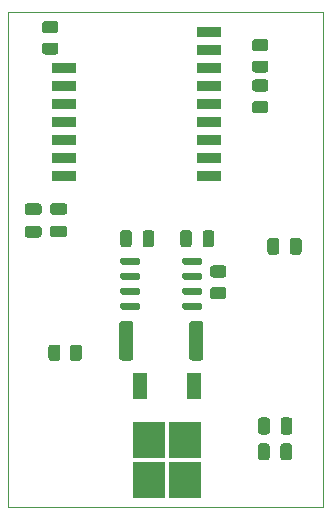
<source format=gbr>
%TF.GenerationSoftware,KiCad,Pcbnew,(5.1.7)-1*%
%TF.CreationDate,2021-09-18T16:18:18+01:00*%
%TF.ProjectId,RcCtlHw,52634374-6c48-4772-9e6b-696361645f70,rev?*%
%TF.SameCoordinates,Original*%
%TF.FileFunction,Paste,Top*%
%TF.FilePolarity,Positive*%
%FSLAX46Y46*%
G04 Gerber Fmt 4.6, Leading zero omitted, Abs format (unit mm)*
G04 Created by KiCad (PCBNEW (5.1.7)-1) date 2021-09-18 16:18:18*
%MOMM*%
%LPD*%
G01*
G04 APERTURE LIST*
%TA.AperFunction,Profile*%
%ADD10C,0.050000*%
%TD*%
%ADD11R,2.000000X0.900000*%
%ADD12R,1.200000X2.200000*%
%ADD13R,2.750000X3.050000*%
G04 APERTURE END LIST*
D10*
X114300000Y-84455000D02*
X140970000Y-84455000D01*
X140970000Y-84455000D02*
X140970000Y-84836000D01*
X114300000Y-84709000D02*
X114300000Y-84455000D01*
X140970000Y-126365000D02*
X140970000Y-119380000D01*
X114300000Y-126365000D02*
X140970000Y-126365000D01*
X114300000Y-119380000D02*
X114300000Y-126365000D01*
X114300000Y-119380000D02*
X114300000Y-84709000D01*
X140970000Y-84836000D02*
X140970000Y-119380000D01*
D11*
%TO.C,U2*%
X131305000Y-86092001D03*
X131305000Y-87616001D03*
X131305000Y-89140001D03*
X131305000Y-90664001D03*
X131305000Y-92188001D03*
X131305000Y-93712001D03*
X131305000Y-95236001D03*
X131305000Y-96760001D03*
X131305000Y-98284001D03*
X118986000Y-89140001D03*
X118986000Y-90664001D03*
X118986000Y-92188001D03*
X118986000Y-93712001D03*
X118986000Y-95236001D03*
X118986000Y-96760001D03*
X118986000Y-98284001D03*
%TD*%
%TO.C,R3*%
G36*
G01*
X119526000Y-113734002D02*
X119526000Y-112833998D01*
G75*
G02*
X119775998Y-112584000I249998J0D01*
G01*
X120301002Y-112584000D01*
G75*
G02*
X120551000Y-112833998I0J-249998D01*
G01*
X120551000Y-113734002D01*
G75*
G02*
X120301002Y-113984000I-249998J0D01*
G01*
X119775998Y-113984000D01*
G75*
G02*
X119526000Y-113734002I0J249998D01*
G01*
G37*
G36*
G01*
X117701000Y-113734002D02*
X117701000Y-112833998D01*
G75*
G02*
X117950998Y-112584000I249998J0D01*
G01*
X118476002Y-112584000D01*
G75*
G02*
X118726000Y-112833998I0J-249998D01*
G01*
X118726000Y-113734002D01*
G75*
G02*
X118476002Y-113984000I-249998J0D01*
G01*
X117950998Y-113984000D01*
G75*
G02*
X117701000Y-113734002I0J249998D01*
G01*
G37*
%TD*%
%TO.C,C1*%
G36*
G01*
X131752000Y-103157000D02*
X131752000Y-104107000D01*
G75*
G02*
X131502000Y-104357000I-250000J0D01*
G01*
X131002000Y-104357000D01*
G75*
G02*
X130752000Y-104107000I0J250000D01*
G01*
X130752000Y-103157000D01*
G75*
G02*
X131002000Y-102907000I250000J0D01*
G01*
X131502000Y-102907000D01*
G75*
G02*
X131752000Y-103157000I0J-250000D01*
G01*
G37*
G36*
G01*
X129852000Y-103157000D02*
X129852000Y-104107000D01*
G75*
G02*
X129602000Y-104357000I-250000J0D01*
G01*
X129102000Y-104357000D01*
G75*
G02*
X128852000Y-104107000I0J250000D01*
G01*
X128852000Y-103157000D01*
G75*
G02*
X129102000Y-102907000I250000J0D01*
G01*
X129602000Y-102907000D01*
G75*
G02*
X129852000Y-103157000I0J-250000D01*
G01*
G37*
%TD*%
%TO.C,C2*%
G36*
G01*
X123772000Y-104107000D02*
X123772000Y-103157000D01*
G75*
G02*
X124022000Y-102907000I250000J0D01*
G01*
X124522000Y-102907000D01*
G75*
G02*
X124772000Y-103157000I0J-250000D01*
G01*
X124772000Y-104107000D01*
G75*
G02*
X124522000Y-104357000I-250000J0D01*
G01*
X124022000Y-104357000D01*
G75*
G02*
X123772000Y-104107000I0J250000D01*
G01*
G37*
G36*
G01*
X125672000Y-104107000D02*
X125672000Y-103157000D01*
G75*
G02*
X125922000Y-102907000I250000J0D01*
G01*
X126422000Y-102907000D01*
G75*
G02*
X126672000Y-103157000I0J-250000D01*
G01*
X126672000Y-104107000D01*
G75*
G02*
X126422000Y-104357000I-250000J0D01*
G01*
X125922000Y-104357000D01*
G75*
G02*
X125672000Y-104107000I0J250000D01*
G01*
G37*
%TD*%
%TO.C,R2*%
G36*
G01*
X130829000Y-110842999D02*
X130829000Y-113693001D01*
G75*
G02*
X130579001Y-113943000I-249999J0D01*
G01*
X129853999Y-113943000D01*
G75*
G02*
X129604000Y-113693001I0J249999D01*
G01*
X129604000Y-110842999D01*
G75*
G02*
X129853999Y-110593000I249999J0D01*
G01*
X130579001Y-110593000D01*
G75*
G02*
X130829000Y-110842999I0J-249999D01*
G01*
G37*
G36*
G01*
X124904000Y-110842999D02*
X124904000Y-113693001D01*
G75*
G02*
X124654001Y-113943000I-249999J0D01*
G01*
X123928999Y-113943000D01*
G75*
G02*
X123679000Y-113693001I0J249999D01*
G01*
X123679000Y-110842999D01*
G75*
G02*
X123928999Y-110593000I249999J0D01*
G01*
X124654001Y-110593000D01*
G75*
G02*
X124904000Y-110842999I0J-249999D01*
G01*
G37*
%TD*%
%TO.C,R6*%
G36*
G01*
X117405998Y-87014000D02*
X118306002Y-87014000D01*
G75*
G02*
X118556000Y-87263998I0J-249998D01*
G01*
X118556000Y-87789002D01*
G75*
G02*
X118306002Y-88039000I-249998J0D01*
G01*
X117405998Y-88039000D01*
G75*
G02*
X117156000Y-87789002I0J249998D01*
G01*
X117156000Y-87263998D01*
G75*
G02*
X117405998Y-87014000I249998J0D01*
G01*
G37*
G36*
G01*
X117405998Y-85189000D02*
X118306002Y-85189000D01*
G75*
G02*
X118556000Y-85438998I0J-249998D01*
G01*
X118556000Y-85964002D01*
G75*
G02*
X118306002Y-86214000I-249998J0D01*
G01*
X117405998Y-86214000D01*
G75*
G02*
X117156000Y-85964002I0J249998D01*
G01*
X117156000Y-85438998D01*
G75*
G02*
X117405998Y-85189000I249998J0D01*
G01*
G37*
%TD*%
%TO.C,C4*%
G36*
G01*
X138340800Y-121191000D02*
X138340800Y-122141000D01*
G75*
G02*
X138090800Y-122391000I-250000J0D01*
G01*
X137590800Y-122391000D01*
G75*
G02*
X137340800Y-122141000I0J250000D01*
G01*
X137340800Y-121191000D01*
G75*
G02*
X137590800Y-120941000I250000J0D01*
G01*
X138090800Y-120941000D01*
G75*
G02*
X138340800Y-121191000I0J-250000D01*
G01*
G37*
G36*
G01*
X136440800Y-121191000D02*
X136440800Y-122141000D01*
G75*
G02*
X136190800Y-122391000I-250000J0D01*
G01*
X135690800Y-122391000D01*
G75*
G02*
X135440800Y-122141000I0J250000D01*
G01*
X135440800Y-121191000D01*
G75*
G02*
X135690800Y-120941000I250000J0D01*
G01*
X136190800Y-120941000D01*
G75*
G02*
X136440800Y-121191000I0J-250000D01*
G01*
G37*
%TD*%
%TO.C,R1*%
G36*
G01*
X131629998Y-105890000D02*
X132530002Y-105890000D01*
G75*
G02*
X132780000Y-106139998I0J-249998D01*
G01*
X132780000Y-106665002D01*
G75*
G02*
X132530002Y-106915000I-249998J0D01*
G01*
X131629998Y-106915000D01*
G75*
G02*
X131380000Y-106665002I0J249998D01*
G01*
X131380000Y-106139998D01*
G75*
G02*
X131629998Y-105890000I249998J0D01*
G01*
G37*
G36*
G01*
X131629998Y-107715000D02*
X132530002Y-107715000D01*
G75*
G02*
X132780000Y-107964998I0J-249998D01*
G01*
X132780000Y-108490002D01*
G75*
G02*
X132530002Y-108740000I-249998J0D01*
G01*
X131629998Y-108740000D01*
G75*
G02*
X131380000Y-108490002I0J249998D01*
G01*
X131380000Y-107964998D01*
G75*
G02*
X131629998Y-107715000I249998J0D01*
G01*
G37*
%TD*%
%TO.C,U1*%
G36*
G01*
X130704000Y-109197000D02*
X130704000Y-109497000D01*
G75*
G02*
X130554000Y-109647000I-150000J0D01*
G01*
X129204000Y-109647000D01*
G75*
G02*
X129054000Y-109497000I0J150000D01*
G01*
X129054000Y-109197000D01*
G75*
G02*
X129204000Y-109047000I150000J0D01*
G01*
X130554000Y-109047000D01*
G75*
G02*
X130704000Y-109197000I0J-150000D01*
G01*
G37*
G36*
G01*
X130704000Y-107927000D02*
X130704000Y-108227000D01*
G75*
G02*
X130554000Y-108377000I-150000J0D01*
G01*
X129204000Y-108377000D01*
G75*
G02*
X129054000Y-108227000I0J150000D01*
G01*
X129054000Y-107927000D01*
G75*
G02*
X129204000Y-107777000I150000J0D01*
G01*
X130554000Y-107777000D01*
G75*
G02*
X130704000Y-107927000I0J-150000D01*
G01*
G37*
G36*
G01*
X130704000Y-106657000D02*
X130704000Y-106957000D01*
G75*
G02*
X130554000Y-107107000I-150000J0D01*
G01*
X129204000Y-107107000D01*
G75*
G02*
X129054000Y-106957000I0J150000D01*
G01*
X129054000Y-106657000D01*
G75*
G02*
X129204000Y-106507000I150000J0D01*
G01*
X130554000Y-106507000D01*
G75*
G02*
X130704000Y-106657000I0J-150000D01*
G01*
G37*
G36*
G01*
X130704000Y-105387000D02*
X130704000Y-105687000D01*
G75*
G02*
X130554000Y-105837000I-150000J0D01*
G01*
X129204000Y-105837000D01*
G75*
G02*
X129054000Y-105687000I0J150000D01*
G01*
X129054000Y-105387000D01*
G75*
G02*
X129204000Y-105237000I150000J0D01*
G01*
X130554000Y-105237000D01*
G75*
G02*
X130704000Y-105387000I0J-150000D01*
G01*
G37*
G36*
G01*
X125454000Y-105387000D02*
X125454000Y-105687000D01*
G75*
G02*
X125304000Y-105837000I-150000J0D01*
G01*
X123954000Y-105837000D01*
G75*
G02*
X123804000Y-105687000I0J150000D01*
G01*
X123804000Y-105387000D01*
G75*
G02*
X123954000Y-105237000I150000J0D01*
G01*
X125304000Y-105237000D01*
G75*
G02*
X125454000Y-105387000I0J-150000D01*
G01*
G37*
G36*
G01*
X125454000Y-106657000D02*
X125454000Y-106957000D01*
G75*
G02*
X125304000Y-107107000I-150000J0D01*
G01*
X123954000Y-107107000D01*
G75*
G02*
X123804000Y-106957000I0J150000D01*
G01*
X123804000Y-106657000D01*
G75*
G02*
X123954000Y-106507000I150000J0D01*
G01*
X125304000Y-106507000D01*
G75*
G02*
X125454000Y-106657000I0J-150000D01*
G01*
G37*
G36*
G01*
X125454000Y-107927000D02*
X125454000Y-108227000D01*
G75*
G02*
X125304000Y-108377000I-150000J0D01*
G01*
X123954000Y-108377000D01*
G75*
G02*
X123804000Y-108227000I0J150000D01*
G01*
X123804000Y-107927000D01*
G75*
G02*
X123954000Y-107777000I150000J0D01*
G01*
X125304000Y-107777000D01*
G75*
G02*
X125454000Y-107927000I0J-150000D01*
G01*
G37*
G36*
G01*
X125454000Y-109197000D02*
X125454000Y-109497000D01*
G75*
G02*
X125304000Y-109647000I-150000J0D01*
G01*
X123954000Y-109647000D01*
G75*
G02*
X123804000Y-109497000I0J150000D01*
G01*
X123804000Y-109197000D01*
G75*
G02*
X123954000Y-109047000I150000J0D01*
G01*
X125304000Y-109047000D01*
G75*
G02*
X125454000Y-109197000I0J-150000D01*
G01*
G37*
%TD*%
%TO.C,R8*%
G36*
G01*
X135185998Y-86713000D02*
X136086002Y-86713000D01*
G75*
G02*
X136336000Y-86962998I0J-249998D01*
G01*
X136336000Y-87488002D01*
G75*
G02*
X136086002Y-87738000I-249998J0D01*
G01*
X135185998Y-87738000D01*
G75*
G02*
X134936000Y-87488002I0J249998D01*
G01*
X134936000Y-86962998D01*
G75*
G02*
X135185998Y-86713000I249998J0D01*
G01*
G37*
G36*
G01*
X135185998Y-88538000D02*
X136086002Y-88538000D01*
G75*
G02*
X136336000Y-88787998I0J-249998D01*
G01*
X136336000Y-89313002D01*
G75*
G02*
X136086002Y-89563000I-249998J0D01*
G01*
X135185998Y-89563000D01*
G75*
G02*
X134936000Y-89313002I0J249998D01*
G01*
X134936000Y-88787998D01*
G75*
G02*
X135185998Y-88538000I249998J0D01*
G01*
G37*
%TD*%
%TO.C,C3*%
G36*
G01*
X136456000Y-119006600D02*
X136456000Y-119956600D01*
G75*
G02*
X136206000Y-120206600I-250000J0D01*
G01*
X135706000Y-120206600D01*
G75*
G02*
X135456000Y-119956600I0J250000D01*
G01*
X135456000Y-119006600D01*
G75*
G02*
X135706000Y-118756600I250000J0D01*
G01*
X136206000Y-118756600D01*
G75*
G02*
X136456000Y-119006600I0J-250000D01*
G01*
G37*
G36*
G01*
X138356000Y-119006600D02*
X138356000Y-119956600D01*
G75*
G02*
X138106000Y-120206600I-250000J0D01*
G01*
X137606000Y-120206600D01*
G75*
G02*
X137356000Y-119956600I0J250000D01*
G01*
X137356000Y-119006600D01*
G75*
G02*
X137606000Y-118756600I250000J0D01*
G01*
X138106000Y-118756600D01*
G75*
G02*
X138356000Y-119006600I0J-250000D01*
G01*
G37*
%TD*%
%TO.C,C5*%
G36*
G01*
X115933200Y-100632600D02*
X116883200Y-100632600D01*
G75*
G02*
X117133200Y-100882600I0J-250000D01*
G01*
X117133200Y-101382600D01*
G75*
G02*
X116883200Y-101632600I-250000J0D01*
G01*
X115933200Y-101632600D01*
G75*
G02*
X115683200Y-101382600I0J250000D01*
G01*
X115683200Y-100882600D01*
G75*
G02*
X115933200Y-100632600I250000J0D01*
G01*
G37*
G36*
G01*
X115933200Y-102532600D02*
X116883200Y-102532600D01*
G75*
G02*
X117133200Y-102782600I0J-250000D01*
G01*
X117133200Y-103282600D01*
G75*
G02*
X116883200Y-103532600I-250000J0D01*
G01*
X115933200Y-103532600D01*
G75*
G02*
X115683200Y-103282600I0J250000D01*
G01*
X115683200Y-102782600D01*
G75*
G02*
X115933200Y-102532600I250000J0D01*
G01*
G37*
%TD*%
%TO.C,R7*%
G36*
G01*
X135185998Y-91967000D02*
X136086002Y-91967000D01*
G75*
G02*
X136336000Y-92216998I0J-249998D01*
G01*
X136336000Y-92742002D01*
G75*
G02*
X136086002Y-92992000I-249998J0D01*
G01*
X135185998Y-92992000D01*
G75*
G02*
X134936000Y-92742002I0J249998D01*
G01*
X134936000Y-92216998D01*
G75*
G02*
X135185998Y-91967000I249998J0D01*
G01*
G37*
G36*
G01*
X135185998Y-90142000D02*
X136086002Y-90142000D01*
G75*
G02*
X136336000Y-90391998I0J-249998D01*
G01*
X136336000Y-90917002D01*
G75*
G02*
X136086002Y-91167000I-249998J0D01*
G01*
X135185998Y-91167000D01*
G75*
G02*
X134936000Y-90917002I0J249998D01*
G01*
X134936000Y-90391998D01*
G75*
G02*
X135185998Y-90142000I249998J0D01*
G01*
G37*
%TD*%
D12*
%TO.C,V1*%
X130042000Y-116069000D03*
X125482000Y-116069000D03*
D13*
X126237000Y-124044000D03*
X129287000Y-120694000D03*
X129287000Y-124044000D03*
X126237000Y-120694000D03*
%TD*%
%TO.C,C7*%
G36*
G01*
X118092200Y-100607200D02*
X119042200Y-100607200D01*
G75*
G02*
X119292200Y-100857200I0J-250000D01*
G01*
X119292200Y-101357200D01*
G75*
G02*
X119042200Y-101607200I-250000J0D01*
G01*
X118092200Y-101607200D01*
G75*
G02*
X117842200Y-101357200I0J250000D01*
G01*
X117842200Y-100857200D01*
G75*
G02*
X118092200Y-100607200I250000J0D01*
G01*
G37*
G36*
G01*
X118092200Y-102507200D02*
X119042200Y-102507200D01*
G75*
G02*
X119292200Y-102757200I0J-250000D01*
G01*
X119292200Y-103257200D01*
G75*
G02*
X119042200Y-103507200I-250000J0D01*
G01*
X118092200Y-103507200D01*
G75*
G02*
X117842200Y-103257200I0J250000D01*
G01*
X117842200Y-102757200D01*
G75*
G02*
X118092200Y-102507200I250000J0D01*
G01*
G37*
%TD*%
%TO.C,C8*%
G36*
G01*
X137243400Y-103792000D02*
X137243400Y-104742000D01*
G75*
G02*
X136993400Y-104992000I-250000J0D01*
G01*
X136493400Y-104992000D01*
G75*
G02*
X136243400Y-104742000I0J250000D01*
G01*
X136243400Y-103792000D01*
G75*
G02*
X136493400Y-103542000I250000J0D01*
G01*
X136993400Y-103542000D01*
G75*
G02*
X137243400Y-103792000I0J-250000D01*
G01*
G37*
G36*
G01*
X139143400Y-103792000D02*
X139143400Y-104742000D01*
G75*
G02*
X138893400Y-104992000I-250000J0D01*
G01*
X138393400Y-104992000D01*
G75*
G02*
X138143400Y-104742000I0J250000D01*
G01*
X138143400Y-103792000D01*
G75*
G02*
X138393400Y-103542000I250000J0D01*
G01*
X138893400Y-103542000D01*
G75*
G02*
X139143400Y-103792000I0J-250000D01*
G01*
G37*
%TD*%
M02*

</source>
